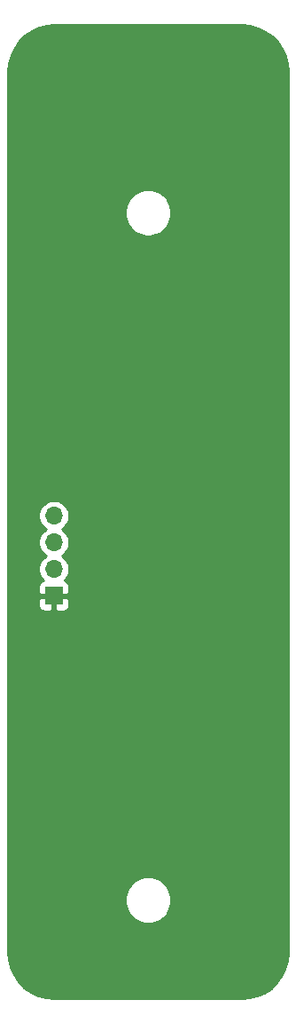
<source format=gbr>
%TF.GenerationSoftware,KiCad,Pcbnew,(5.1.6)-1*%
%TF.CreationDate,2020-10-09T22:59:05+02:00*%
%TF.ProjectId,zlpcba_f103c8,7a6c7063-6261-45f6-9631-303363382e6b,rev?*%
%TF.SameCoordinates,Original*%
%TF.FileFunction,Copper,L2,Bot*%
%TF.FilePolarity,Positive*%
%FSLAX46Y46*%
G04 Gerber Fmt 4.6, Leading zero omitted, Abs format (unit mm)*
G04 Created by KiCad (PCBNEW (5.1.6)-1) date 2020-10-09 22:59:05*
%MOMM*%
%LPD*%
G01*
G04 APERTURE LIST*
%TA.AperFunction,ComponentPad*%
%ADD10O,1.700000X1.700000*%
%TD*%
%TA.AperFunction,ComponentPad*%
%ADD11R,1.700000X1.700000*%
%TD*%
%TA.AperFunction,ViaPad*%
%ADD12C,0.600000*%
%TD*%
%TA.AperFunction,Conductor*%
%ADD13C,0.254000*%
%TD*%
G04 APERTURE END LIST*
D10*
%TO.P,J2,4*%
%TO.N,VDD*%
X106000000Y-100370000D03*
%TO.P,J2,3*%
%TO.N,/SW_DIO*%
X106000000Y-102910000D03*
%TO.P,J2,2*%
%TO.N,/SW_CLK*%
X106000000Y-105450000D03*
D11*
%TO.P,J2,1*%
%TO.N,GND*%
X106000000Y-107990000D03*
%TD*%
D12*
%TO.N,GND*%
X105000000Y-143990000D03*
X110000000Y-143990000D03*
X110000000Y-138990000D03*
X105000000Y-138990000D03*
X105000000Y-133990000D03*
X110000000Y-133990000D03*
X115000000Y-133990000D03*
X120000000Y-133990000D03*
X119400000Y-122940000D03*
X117100000Y-119990000D03*
X112400000Y-122340000D03*
X107200000Y-121540000D03*
X107225000Y-112515000D03*
X125000000Y-93990000D03*
X125000000Y-91990000D03*
X127000000Y-91990000D03*
X127000000Y-93990000D03*
X121000000Y-81240000D03*
X121000000Y-101240000D03*
X121000000Y-66240000D03*
X120600000Y-105090000D03*
X114600000Y-104690000D03*
X122500000Y-109590000D03*
%TD*%
D13*
%TO.N,GND*%
G36*
X124768083Y-53721173D02*
G01*
X125511891Y-53924656D01*
X126207905Y-54256638D01*
X126834130Y-54706626D01*
X127370777Y-55260403D01*
X127800871Y-55900451D01*
X128110829Y-56606553D01*
X128292065Y-57361457D01*
X128340000Y-58014207D01*
X128340001Y-141960597D01*
X128268827Y-142758083D01*
X128065344Y-143501890D01*
X127733363Y-144197904D01*
X127283374Y-144824130D01*
X126729597Y-145360777D01*
X126089549Y-145790871D01*
X125383447Y-146100829D01*
X124628543Y-146282065D01*
X123975793Y-146330000D01*
X106029392Y-146330000D01*
X105231917Y-146258827D01*
X104488110Y-146055344D01*
X103792096Y-145723363D01*
X103165870Y-145273374D01*
X102629223Y-144719597D01*
X102199129Y-144079549D01*
X101889171Y-143373447D01*
X101707935Y-142618543D01*
X101660000Y-141965793D01*
X101660000Y-136769872D01*
X112765000Y-136769872D01*
X112765000Y-137210128D01*
X112850890Y-137641925D01*
X113019369Y-138048669D01*
X113263962Y-138414729D01*
X113575271Y-138726038D01*
X113941331Y-138970631D01*
X114348075Y-139139110D01*
X114779872Y-139225000D01*
X115220128Y-139225000D01*
X115651925Y-139139110D01*
X116058669Y-138970631D01*
X116424729Y-138726038D01*
X116736038Y-138414729D01*
X116980631Y-138048669D01*
X117149110Y-137641925D01*
X117235000Y-137210128D01*
X117235000Y-136769872D01*
X117149110Y-136338075D01*
X116980631Y-135931331D01*
X116736038Y-135565271D01*
X116424729Y-135253962D01*
X116058669Y-135009369D01*
X115651925Y-134840890D01*
X115220128Y-134755000D01*
X114779872Y-134755000D01*
X114348075Y-134840890D01*
X113941331Y-135009369D01*
X113575271Y-135253962D01*
X113263962Y-135565271D01*
X113019369Y-135931331D01*
X112850890Y-136338075D01*
X112765000Y-136769872D01*
X101660000Y-136769872D01*
X101660000Y-108840000D01*
X104511928Y-108840000D01*
X104524188Y-108964482D01*
X104560498Y-109084180D01*
X104619463Y-109194494D01*
X104698815Y-109291185D01*
X104795506Y-109370537D01*
X104905820Y-109429502D01*
X105025518Y-109465812D01*
X105150000Y-109478072D01*
X105714250Y-109475000D01*
X105873000Y-109316250D01*
X105873000Y-108117000D01*
X106127000Y-108117000D01*
X106127000Y-109316250D01*
X106285750Y-109475000D01*
X106850000Y-109478072D01*
X106974482Y-109465812D01*
X107094180Y-109429502D01*
X107204494Y-109370537D01*
X107301185Y-109291185D01*
X107380537Y-109194494D01*
X107439502Y-109084180D01*
X107475812Y-108964482D01*
X107488072Y-108840000D01*
X107485000Y-108275750D01*
X107326250Y-108117000D01*
X106127000Y-108117000D01*
X105873000Y-108117000D01*
X104673750Y-108117000D01*
X104515000Y-108275750D01*
X104511928Y-108840000D01*
X101660000Y-108840000D01*
X101660000Y-107140000D01*
X104511928Y-107140000D01*
X104515000Y-107704250D01*
X104673750Y-107863000D01*
X105873000Y-107863000D01*
X105873000Y-107843000D01*
X106127000Y-107843000D01*
X106127000Y-107863000D01*
X107326250Y-107863000D01*
X107485000Y-107704250D01*
X107488072Y-107140000D01*
X107475812Y-107015518D01*
X107439502Y-106895820D01*
X107380537Y-106785506D01*
X107301185Y-106688815D01*
X107204494Y-106609463D01*
X107094180Y-106550498D01*
X107021620Y-106528487D01*
X107153475Y-106396632D01*
X107315990Y-106153411D01*
X107427932Y-105883158D01*
X107485000Y-105596260D01*
X107485000Y-105303740D01*
X107427932Y-105016842D01*
X107315990Y-104746589D01*
X107153475Y-104503368D01*
X106946632Y-104296525D01*
X106772240Y-104180000D01*
X106946632Y-104063475D01*
X107153475Y-103856632D01*
X107315990Y-103613411D01*
X107427932Y-103343158D01*
X107485000Y-103056260D01*
X107485000Y-102763740D01*
X107427932Y-102476842D01*
X107315990Y-102206589D01*
X107153475Y-101963368D01*
X106946632Y-101756525D01*
X106772240Y-101640000D01*
X106946632Y-101523475D01*
X107153475Y-101316632D01*
X107315990Y-101073411D01*
X107427932Y-100803158D01*
X107485000Y-100516260D01*
X107485000Y-100223740D01*
X107427932Y-99936842D01*
X107315990Y-99666589D01*
X107153475Y-99423368D01*
X106946632Y-99216525D01*
X106703411Y-99054010D01*
X106433158Y-98942068D01*
X106146260Y-98885000D01*
X105853740Y-98885000D01*
X105566842Y-98942068D01*
X105296589Y-99054010D01*
X105053368Y-99216525D01*
X104846525Y-99423368D01*
X104684010Y-99666589D01*
X104572068Y-99936842D01*
X104515000Y-100223740D01*
X104515000Y-100516260D01*
X104572068Y-100803158D01*
X104684010Y-101073411D01*
X104846525Y-101316632D01*
X105053368Y-101523475D01*
X105227760Y-101640000D01*
X105053368Y-101756525D01*
X104846525Y-101963368D01*
X104684010Y-102206589D01*
X104572068Y-102476842D01*
X104515000Y-102763740D01*
X104515000Y-103056260D01*
X104572068Y-103343158D01*
X104684010Y-103613411D01*
X104846525Y-103856632D01*
X105053368Y-104063475D01*
X105227760Y-104180000D01*
X105053368Y-104296525D01*
X104846525Y-104503368D01*
X104684010Y-104746589D01*
X104572068Y-105016842D01*
X104515000Y-105303740D01*
X104515000Y-105596260D01*
X104572068Y-105883158D01*
X104684010Y-106153411D01*
X104846525Y-106396632D01*
X104978380Y-106528487D01*
X104905820Y-106550498D01*
X104795506Y-106609463D01*
X104698815Y-106688815D01*
X104619463Y-106785506D01*
X104560498Y-106895820D01*
X104524188Y-107015518D01*
X104511928Y-107140000D01*
X101660000Y-107140000D01*
X101660000Y-71269872D01*
X112765000Y-71269872D01*
X112765000Y-71710128D01*
X112850890Y-72141925D01*
X113019369Y-72548669D01*
X113263962Y-72914729D01*
X113575271Y-73226038D01*
X113941331Y-73470631D01*
X114348075Y-73639110D01*
X114779872Y-73725000D01*
X115220128Y-73725000D01*
X115651925Y-73639110D01*
X116058669Y-73470631D01*
X116424729Y-73226038D01*
X116736038Y-72914729D01*
X116980631Y-72548669D01*
X117149110Y-72141925D01*
X117235000Y-71710128D01*
X117235000Y-71269872D01*
X117149110Y-70838075D01*
X116980631Y-70431331D01*
X116736038Y-70065271D01*
X116424729Y-69753962D01*
X116058669Y-69509369D01*
X115651925Y-69340890D01*
X115220128Y-69255000D01*
X114779872Y-69255000D01*
X114348075Y-69340890D01*
X113941331Y-69509369D01*
X113575271Y-69753962D01*
X113263962Y-70065271D01*
X113019369Y-70431331D01*
X112850890Y-70838075D01*
X112765000Y-71269872D01*
X101660000Y-71269872D01*
X101660000Y-58019392D01*
X101731173Y-57221917D01*
X101934656Y-56478109D01*
X102266638Y-55782095D01*
X102716626Y-55155870D01*
X103270403Y-54619223D01*
X103910451Y-54189129D01*
X104616553Y-53879171D01*
X105371457Y-53697935D01*
X106024207Y-53650000D01*
X123970608Y-53650000D01*
X124768083Y-53721173D01*
G37*
X124768083Y-53721173D02*
X125511891Y-53924656D01*
X126207905Y-54256638D01*
X126834130Y-54706626D01*
X127370777Y-55260403D01*
X127800871Y-55900451D01*
X128110829Y-56606553D01*
X128292065Y-57361457D01*
X128340000Y-58014207D01*
X128340001Y-141960597D01*
X128268827Y-142758083D01*
X128065344Y-143501890D01*
X127733363Y-144197904D01*
X127283374Y-144824130D01*
X126729597Y-145360777D01*
X126089549Y-145790871D01*
X125383447Y-146100829D01*
X124628543Y-146282065D01*
X123975793Y-146330000D01*
X106029392Y-146330000D01*
X105231917Y-146258827D01*
X104488110Y-146055344D01*
X103792096Y-145723363D01*
X103165870Y-145273374D01*
X102629223Y-144719597D01*
X102199129Y-144079549D01*
X101889171Y-143373447D01*
X101707935Y-142618543D01*
X101660000Y-141965793D01*
X101660000Y-136769872D01*
X112765000Y-136769872D01*
X112765000Y-137210128D01*
X112850890Y-137641925D01*
X113019369Y-138048669D01*
X113263962Y-138414729D01*
X113575271Y-138726038D01*
X113941331Y-138970631D01*
X114348075Y-139139110D01*
X114779872Y-139225000D01*
X115220128Y-139225000D01*
X115651925Y-139139110D01*
X116058669Y-138970631D01*
X116424729Y-138726038D01*
X116736038Y-138414729D01*
X116980631Y-138048669D01*
X117149110Y-137641925D01*
X117235000Y-137210128D01*
X117235000Y-136769872D01*
X117149110Y-136338075D01*
X116980631Y-135931331D01*
X116736038Y-135565271D01*
X116424729Y-135253962D01*
X116058669Y-135009369D01*
X115651925Y-134840890D01*
X115220128Y-134755000D01*
X114779872Y-134755000D01*
X114348075Y-134840890D01*
X113941331Y-135009369D01*
X113575271Y-135253962D01*
X113263962Y-135565271D01*
X113019369Y-135931331D01*
X112850890Y-136338075D01*
X112765000Y-136769872D01*
X101660000Y-136769872D01*
X101660000Y-108840000D01*
X104511928Y-108840000D01*
X104524188Y-108964482D01*
X104560498Y-109084180D01*
X104619463Y-109194494D01*
X104698815Y-109291185D01*
X104795506Y-109370537D01*
X104905820Y-109429502D01*
X105025518Y-109465812D01*
X105150000Y-109478072D01*
X105714250Y-109475000D01*
X105873000Y-109316250D01*
X105873000Y-108117000D01*
X106127000Y-108117000D01*
X106127000Y-109316250D01*
X106285750Y-109475000D01*
X106850000Y-109478072D01*
X106974482Y-109465812D01*
X107094180Y-109429502D01*
X107204494Y-109370537D01*
X107301185Y-109291185D01*
X107380537Y-109194494D01*
X107439502Y-109084180D01*
X107475812Y-108964482D01*
X107488072Y-108840000D01*
X107485000Y-108275750D01*
X107326250Y-108117000D01*
X106127000Y-108117000D01*
X105873000Y-108117000D01*
X104673750Y-108117000D01*
X104515000Y-108275750D01*
X104511928Y-108840000D01*
X101660000Y-108840000D01*
X101660000Y-107140000D01*
X104511928Y-107140000D01*
X104515000Y-107704250D01*
X104673750Y-107863000D01*
X105873000Y-107863000D01*
X105873000Y-107843000D01*
X106127000Y-107843000D01*
X106127000Y-107863000D01*
X107326250Y-107863000D01*
X107485000Y-107704250D01*
X107488072Y-107140000D01*
X107475812Y-107015518D01*
X107439502Y-106895820D01*
X107380537Y-106785506D01*
X107301185Y-106688815D01*
X107204494Y-106609463D01*
X107094180Y-106550498D01*
X107021620Y-106528487D01*
X107153475Y-106396632D01*
X107315990Y-106153411D01*
X107427932Y-105883158D01*
X107485000Y-105596260D01*
X107485000Y-105303740D01*
X107427932Y-105016842D01*
X107315990Y-104746589D01*
X107153475Y-104503368D01*
X106946632Y-104296525D01*
X106772240Y-104180000D01*
X106946632Y-104063475D01*
X107153475Y-103856632D01*
X107315990Y-103613411D01*
X107427932Y-103343158D01*
X107485000Y-103056260D01*
X107485000Y-102763740D01*
X107427932Y-102476842D01*
X107315990Y-102206589D01*
X107153475Y-101963368D01*
X106946632Y-101756525D01*
X106772240Y-101640000D01*
X106946632Y-101523475D01*
X107153475Y-101316632D01*
X107315990Y-101073411D01*
X107427932Y-100803158D01*
X107485000Y-100516260D01*
X107485000Y-100223740D01*
X107427932Y-99936842D01*
X107315990Y-99666589D01*
X107153475Y-99423368D01*
X106946632Y-99216525D01*
X106703411Y-99054010D01*
X106433158Y-98942068D01*
X106146260Y-98885000D01*
X105853740Y-98885000D01*
X105566842Y-98942068D01*
X105296589Y-99054010D01*
X105053368Y-99216525D01*
X104846525Y-99423368D01*
X104684010Y-99666589D01*
X104572068Y-99936842D01*
X104515000Y-100223740D01*
X104515000Y-100516260D01*
X104572068Y-100803158D01*
X104684010Y-101073411D01*
X104846525Y-101316632D01*
X105053368Y-101523475D01*
X105227760Y-101640000D01*
X105053368Y-101756525D01*
X104846525Y-101963368D01*
X104684010Y-102206589D01*
X104572068Y-102476842D01*
X104515000Y-102763740D01*
X104515000Y-103056260D01*
X104572068Y-103343158D01*
X104684010Y-103613411D01*
X104846525Y-103856632D01*
X105053368Y-104063475D01*
X105227760Y-104180000D01*
X105053368Y-104296525D01*
X104846525Y-104503368D01*
X104684010Y-104746589D01*
X104572068Y-105016842D01*
X104515000Y-105303740D01*
X104515000Y-105596260D01*
X104572068Y-105883158D01*
X104684010Y-106153411D01*
X104846525Y-106396632D01*
X104978380Y-106528487D01*
X104905820Y-106550498D01*
X104795506Y-106609463D01*
X104698815Y-106688815D01*
X104619463Y-106785506D01*
X104560498Y-106895820D01*
X104524188Y-107015518D01*
X104511928Y-107140000D01*
X101660000Y-107140000D01*
X101660000Y-71269872D01*
X112765000Y-71269872D01*
X112765000Y-71710128D01*
X112850890Y-72141925D01*
X113019369Y-72548669D01*
X113263962Y-72914729D01*
X113575271Y-73226038D01*
X113941331Y-73470631D01*
X114348075Y-73639110D01*
X114779872Y-73725000D01*
X115220128Y-73725000D01*
X115651925Y-73639110D01*
X116058669Y-73470631D01*
X116424729Y-73226038D01*
X116736038Y-72914729D01*
X116980631Y-72548669D01*
X117149110Y-72141925D01*
X117235000Y-71710128D01*
X117235000Y-71269872D01*
X117149110Y-70838075D01*
X116980631Y-70431331D01*
X116736038Y-70065271D01*
X116424729Y-69753962D01*
X116058669Y-69509369D01*
X115651925Y-69340890D01*
X115220128Y-69255000D01*
X114779872Y-69255000D01*
X114348075Y-69340890D01*
X113941331Y-69509369D01*
X113575271Y-69753962D01*
X113263962Y-70065271D01*
X113019369Y-70431331D01*
X112850890Y-70838075D01*
X112765000Y-71269872D01*
X101660000Y-71269872D01*
X101660000Y-58019392D01*
X101731173Y-57221917D01*
X101934656Y-56478109D01*
X102266638Y-55782095D01*
X102716626Y-55155870D01*
X103270403Y-54619223D01*
X103910451Y-54189129D01*
X104616553Y-53879171D01*
X105371457Y-53697935D01*
X106024207Y-53650000D01*
X123970608Y-53650000D01*
X124768083Y-53721173D01*
%TD*%
M02*

</source>
